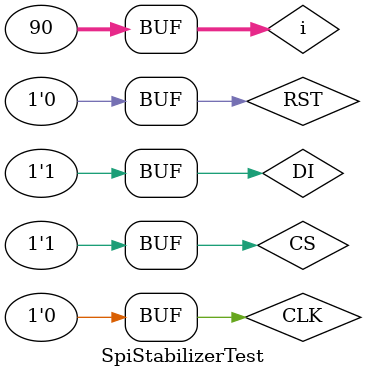
<source format=v>
`timescale 1ns/1ns
module SpiStabilizerTest();
    reg DI;
    reg CS;
    reg CLK;

    reg RST;
    reg RESULT;

    integer i;

    SpiStabilizer ss(.reset(RST), .MOSI(DI), .CS(CS), .CLK(CLK), .IsInitialized(RESULT));

    task Init;
        begin
            RST = 0;
            #1 RST = 1;
            #1 RST = 0;
        end
    endtask

    task doClock;
        begin
            #1 CLK = 0;
            #1 CLK = 1;
            #2 CLK = 0;
        end
    endtask

    initial begin
        Init();
        CS = 0;
        DI = 0;
        for(i = 0; i < 100; i = i + 1)
            doClock();
        CS = 1;
        DI = 1;
        for(i = 0; i < 40; i = i + 1)
            doClock();
        CS = 0;
        DI = 1;
        doClock();
        CS = 1;
        DI = 1;
        for(i = 0; i < 90; i = i + 1)
            doClock();
        
    end
endmodule

</source>
